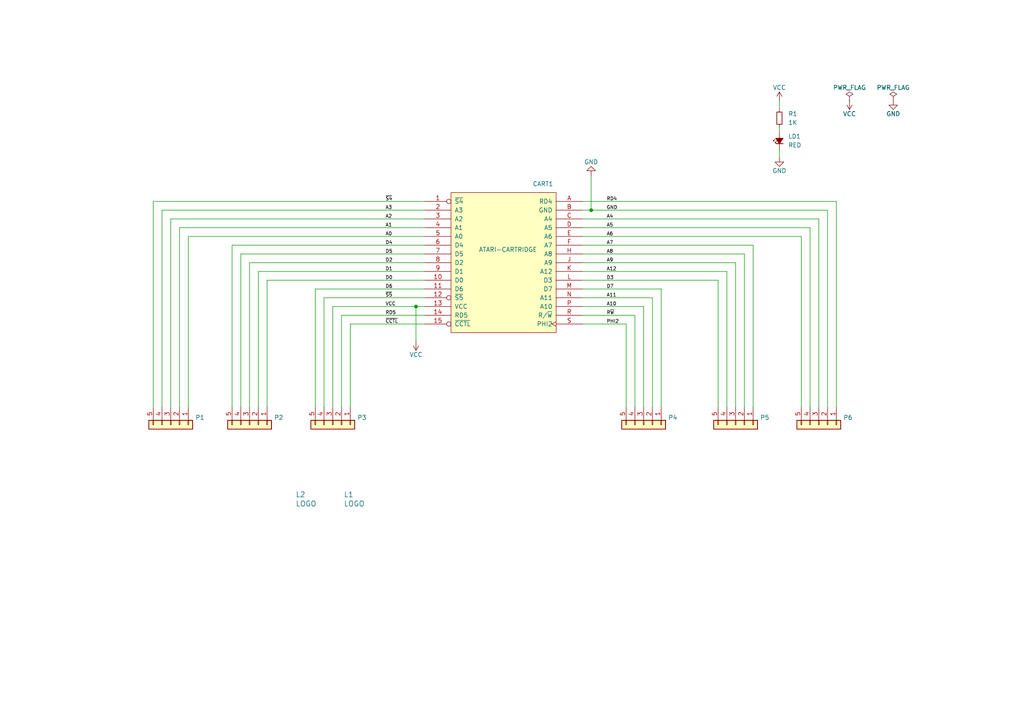
<source format=kicad_sch>
(kicad_sch (version 20250114) (generator "eeschema") (generator_version "9.0")
  (paper "A4")
  (title_block (title "ATARI CART Port Breakout board") (date "2025-07-24") (rev "2.0") (company "RetroBit Lab") (comment 1 "ATARI 130XE CART Port Breakout Board") (comment 2 "Prototype Board for CART Connector"))
  (lib_symbols
    (symbol "CLED1206:RED" (pin_numbers (hide yes)) (pin_names (offset 0) (hide yes))
      (property "Reference" "LD" (at 0 4.445 0))
      (property "Value" "RED" (at 0 2.54 0))
      (symbol "RED_1_1"
        (polyline (pts (xy -1.27 -1.016) (xy -1.27 1.016)) (stroke (width 0.254)))
        (polyline (pts (xy -0.508 0.762) (xy -1.016 1.27) (xy -0.762 1.27) (xy -1.016 1.27) (xy -1.016 1.016)))
        (polyline (pts (xy 0 1.27) (xy -0.508 1.778) (xy -0.254 1.778) (xy -0.508 1.778) (xy -0.508 1.524)))
        (polyline (pts (xy 0.254 -1.016) (xy -1.27 0) (xy 0.254 1.016) (xy 0.254 -1.016)) (stroke (width 0.254)) (fill (type outline)))
        (polyline (pts (xy 0.508 0) (xy -1.27 0)))
        (pin passive line (at -3.048 0 0) (length 1.778) (name "K") (number "1"))
        (pin passive line (at 2.032 0 180) (length 1.778) (name "A") (number "2"))
      )
    )
    (symbol "CRES0805:1K" (pin_numbers (hide yes)) (pin_names (offset 0) (hide yes))
      (property "Reference" "R" (at 1.905 1.651 0))
      (property "Value" "1K" (at 0 3.556 0))
      (symbol "1K_1_1"
        (rectangle (start -0.762 1.651) (end 0.762 -1.905) (stroke (width 0.2032)))
        (pin passive line (at 0 2.413 270) (length 0.762) (name "~") (number "1"))
        (pin passive line (at 0 -2.667 90) (length 0.762) (name "~") (number "2"))
      )
    )
    (symbol "Connector_Generic:Conn_01x05" (pin_names (offset 1.016) (hide yes))
      (property "Reference" "J" (at 0 7.62 0))
      (property "Value" "Conn_01x05" (at 0 -7.62 0))
      (symbol "Conn_01x05_1_1"
        (rectangle (start -1.27 6.35) (end 1.27 -6.35) (stroke (width 0.254)) (fill (type background)))
        (rectangle (start -1.27 5.207) (end 0 4.953) (stroke (width 0.1524)))
        (rectangle (start -1.27 2.667) (end 0 2.413) (stroke (width 0.1524)))
        (rectangle (start -1.27 0.127) (end 0 -0.127) (stroke (width 0.1524)))
        (rectangle (start -1.27 -2.413) (end 0 -2.667) (stroke (width 0.1524)))
        (rectangle (start -1.27 -4.953) (end 0 -5.207) (stroke (width 0.1524)))
        (pin passive line (at -5.08 5.08 0) (length 3.81) (name "Pin_1") (number "1"))
        (pin passive line (at -5.08 2.54 0) (length 3.81) (name "Pin_2") (number "2"))
        (pin passive line (at -5.08 0 0) (length 3.81) (name "Pin_3") (number "3"))
        (pin passive line (at -5.08 -2.54 0) (length 3.81) (name "Pin_4") (number "4"))
        (pin passive line (at -5.08 -5.08 0) (length 3.81) (name "Pin_5") (number "5"))
      )
    )
    (symbol "RetroBitLab:ATARI-CARTRIDGE" (pin_names (offset 1.016))
      (property "Reference" "CART" (at 11.43 21.59 0))
      (property "Value" "ATARI-CARTRIDGE" (at 1.27 2.54 0))
      (symbol "ATARI-CARTRIDGE_0_1"
        (rectangle (start -15.24 19.05) (end 15.24 -21.59) (fill (type background)))
      )
      (symbol "ATARI-CARTRIDGE_1_1"
        (pin input inverted (at -22.86 16.51 0) (length 7.62) (name "~{S4}") (number "1"))
        (pin bidirectional line (at -22.86 13.97 0) (length 7.62) (name "A3") (number "2"))
        (pin bidirectional line (at -22.86 11.43 0) (length 7.62) (name "A2") (number "3"))
        (pin bidirectional line (at -22.86 8.89 0) (length 7.62) (name "A1") (number "4"))
        (pin bidirectional line (at -22.86 6.35 0) (length 7.62) (name "A0") (number "5"))
        (pin bidirectional line (at -22.86 3.81 0) (length 7.62) (name "D4") (number "6"))
        (pin bidirectional line (at -22.86 1.27 0) (length 7.62) (name "D5") (number "7"))
        (pin passive line (at -22.86 -1.27 0) (length 7.62) (name "D2") (number "8"))
        (pin bidirectional line (at -22.86 -3.81 0) (length 7.62) (name "D1") (number "9"))
        (pin bidirectional line (at -22.86 -6.35 0) (length 7.62) (name "D0") (number "10"))
        (pin bidirectional line (at -22.86 -8.89 0) (length 7.62) (name "D6") (number "11"))
        (pin input inverted (at -22.86 -11.43 0) (length 7.62) (name "~{S5}") (number "12"))
        (pin power_in line (at -22.86 -13.97 0) (length 7.62) (name "VCC") (number "13"))
        (pin input line (at -22.86 -16.51 0) (length 7.62) (name "RD5") (number "14"))
        (pin bidirectional inverted (at -22.86 -19.05 0) (length 7.62) (name "~{CCTL}") (number "15"))
        (pin bidirectional line (at 22.86 16.51 180) (length 7.62) (name "RD4") (number "A"))
        (pin power_in line (at 22.86 13.97 180) (length 7.62) (name "GND") (number "B"))
        (pin bidirectional line (at 22.86 11.43 180) (length 7.62) (name "A4") (number "C"))
        (pin bidirectional line (at 22.86 8.89 180) (length 7.62) (name "A5") (number "D"))
        (pin bidirectional line (at 22.86 6.35 180) (length 7.62) (name "A6") (number "E"))
        (pin bidirectional line (at 22.86 3.81 180) (length 7.62) (name "A7") (number "F"))
        (pin bidirectional line (at 22.86 1.27 180) (length 7.62) (name "A8") (number "H"))
        (pin bidirectional line (at 22.86 -1.27 180) (length 7.62) (name "A9") (number "J"))
        (pin bidirectional line (at 22.86 -3.81 180) (length 7.62) (name "A12") (number "K"))
        (pin bidirectional line (at 22.86 -6.35 180) (length 7.62) (name "D3") (number "L"))
        (pin bidirectional line (at 22.86 -8.89 180) (length 7.62) (name "D7") (number "M"))
        (pin bidirectional line (at 22.86 -11.43 180) (length 7.62) (name "A11") (number "N"))
        (pin bidirectional line (at 22.86 -13.97 180) (length 7.62) (name "A10") (number "P"))
        (pin bidirectional line (at 22.86 -16.51 180) (length 7.62) (name "R/~{W}") (number "R"))
        (pin output clock (at 22.86 -19.05 180) (length 7.62) (name "PHI2") (number "S"))
      )
    )
    (symbol "RetroBitLab:LOGO" (pin_names (offset 1.016)) (in_bom no)
      (property "Reference" "L" (at 0 0 0))
      (property "Value" "LOGO" (at 0 0 0))
    )
    (symbol "power:GND" (power) (pin_numbers (hide yes)) (pin_names (offset 0) (hide yes))
      (property "Value" "GND" (at 0 -3.81 0))
      (symbol "GND_0_1"
        (polyline (pts (xy 0 0) (xy 0 -1.27) (xy 1.27 -1.27) (xy 0 -2.54) (xy -1.27 -1.27) (xy 0 -1.27)))
      )
      (symbol "GND_1_1"
        (pin power_in line (at 0 0 270) (length 0) (name "~") (number "1"))
      )
    )
    (symbol "power:PWR_FLAG" (power) (pin_numbers (hide yes)) (pin_names (offset 0) (hide yes))
      (property "Value" "PWR_FLAG" (at 0 3.81 0))
      (symbol "PWR_FLAG_0_0"
        (pin power_out line (at 0 0 90) (length 0) (name "~") (number "1"))
      )
      (symbol "PWR_FLAG_0_1"
        (polyline (pts (xy 0 0) (xy 0 1.27) (xy -1.016 1.905) (xy 0 2.54) (xy 1.016 1.905) (xy 0 1.27)))
      )
    )
    (symbol "power:VCC" (power) (pin_numbers (hide yes)) (pin_names (offset 0) (hide yes))
      (property "Value" "VCC" (at 0 3.556 0))
      (symbol "VCC_0_1"
        (polyline (pts (xy -0.762 1.27) (xy 0 2.54)))
        (polyline (pts (xy 0 2.54) (xy 0.762 1.27)))
        (polyline (pts (xy 0 0) (xy 0 2.54)))
      )
      (symbol "VCC_1_1"
        (pin power_in line (at 0 0 90) (length 0) (name "~") (number "1"))
      )
    )
  )
  (junction (at 120.65 88.9))
  (junction (at 171.45 60.96))
  (wire (pts (xy 191.77 83.82) (xy 191.77 118.11)))
  (wire (pts (xy 168.91 86.36) (xy 189.23 86.36)))
  (wire (pts (xy 168.91 66.04) (xy 234.95 66.04)))
  (wire (pts (xy 91.44 83.82) (xy 91.44 118.11)))
  (wire (pts (xy 96.52 88.9) (xy 96.52 118.11)))
  (wire (pts (xy 72.39 76.2) (xy 72.39 118.11)))
  (wire (pts (xy 54.61 68.58) (xy 54.61 118.11)))
  (wire (pts (xy 168.91 81.28) (xy 208.28 81.28)))
  (wire (pts (xy 49.53 63.5) (xy 49.53 118.11)))
  (wire (pts (xy 242.57 58.42) (xy 242.57 118.11)))
  (wire (pts (xy 215.9 73.66) (xy 215.9 118.11)))
  (wire (pts (xy 168.91 71.12) (xy 218.44 71.12)))
  (wire (pts (xy 168.91 60.96) (xy 171.45 60.96)))
  (wire (pts (xy 74.93 78.74) (xy 74.93 118.11)))
  (wire (pts (xy 168.91 76.2) (xy 213.36 76.2)))
  (wire (pts (xy 91.44 83.82) (xy 123.19 83.82)))
  (wire (pts (xy 168.91 83.82) (xy 191.77 83.82)))
  (wire (pts (xy 96.52 88.9) (xy 120.65 88.9)))
  (wire (pts (xy 120.65 88.9) (xy 120.65 99.06)))
  (wire (pts (xy 237.49 63.5) (xy 237.49 118.11)))
  (wire (pts (xy 99.06 91.44) (xy 123.19 91.44)))
  (wire (pts (xy 44.45 58.42) (xy 44.45 118.11)))
  (wire (pts (xy 69.85 73.66) (xy 69.85 118.11)))
  (wire (pts (xy 189.23 86.36) (xy 189.23 118.11)))
  (wire (pts (xy 72.39 76.2) (xy 123.19 76.2)))
  (wire (pts (xy 168.91 58.42) (xy 242.57 58.42)))
  (wire (pts (xy 99.06 91.44) (xy 99.06 118.11)))
  (wire (pts (xy 46.99 60.96) (xy 123.19 60.96)))
  (wire (pts (xy 168.91 91.44) (xy 184.15 91.44)))
  (wire (pts (xy 168.91 68.58) (xy 232.41 68.58)))
  (wire (pts (xy 52.07 66.04) (xy 123.19 66.04)))
  (wire (pts (xy 93.98 86.36) (xy 93.98 118.11)))
  (wire (pts (xy 168.91 63.5) (xy 237.49 63.5)))
  (wire (pts (xy 226.06 43.434) (xy 226.06 45.72)))
  (wire (pts (xy 171.45 60.96) (xy 171.45 50.8)))
  (wire (pts (xy 93.98 86.36) (xy 123.19 86.36)))
  (wire (pts (xy 168.91 88.9) (xy 186.69 88.9)))
  (wire (pts (xy 168.91 78.74) (xy 210.82 78.74)))
  (wire (pts (xy 240.03 60.96) (xy 240.03 118.11)))
  (wire (pts (xy 184.15 91.44) (xy 184.15 118.11)))
  (wire (pts (xy 77.47 81.28) (xy 77.47 118.11)))
  (wire (pts (xy 218.44 71.12) (xy 218.44 118.11)))
  (wire (pts (xy 208.28 81.28) (xy 208.28 118.11)))
  (wire (pts (xy 234.95 66.04) (xy 234.95 118.11)))
  (wire (pts (xy 67.31 71.12) (xy 67.31 118.11)))
  (wire (pts (xy 74.93 78.74) (xy 123.19 78.74)))
  (wire (pts (xy 77.47 81.28) (xy 123.19 81.28)))
  (wire (pts (xy 226.06 29.21) (xy 226.06 31.75)))
  (wire (pts (xy 171.45 60.96) (xy 240.03 60.96)))
  (wire (pts (xy 54.61 68.58) (xy 123.19 68.58)))
  (wire (pts (xy 232.41 68.58) (xy 232.41 118.11)))
  (wire (pts (xy 49.53 63.5) (xy 123.19 63.5)))
  (wire (pts (xy 168.91 73.66) (xy 215.9 73.66)))
  (wire (pts (xy 168.91 93.98) (xy 181.61 93.98)))
  (wire (pts (xy 46.99 60.96) (xy 46.99 118.11)))
  (wire (pts (xy 101.6 93.98) (xy 123.19 93.98)))
  (wire (pts (xy 181.61 93.98) (xy 181.61 118.11)))
  (wire (pts (xy 210.82 78.74) (xy 210.82 118.11)))
  (wire (pts (xy 226.06 36.83) (xy 226.06 38.354)))
  (wire (pts (xy 120.65 88.9) (xy 123.19 88.9)))
  (wire (pts (xy 69.85 73.66) (xy 123.19 73.66)))
  (wire (pts (xy 186.69 88.9) (xy 186.69 118.11)))
  (wire (pts (xy 101.6 93.98) (xy 101.6 118.11)))
  (wire (pts (xy 44.45 58.42) (xy 123.19 58.42)))
  (wire (pts (xy 67.31 71.12) (xy 123.19 71.12)))
  (wire (pts (xy 213.36 76.2) (xy 213.36 118.11)))
  (wire (pts (xy 52.07 66.04) (xy 52.07 118.11)))
  (label "D1" (at 111.76 78.74 0) (effects (font (size 0.9906 0.9906))))
  (label "A12" (at 175.895 78.74 0) (effects (font (size 0.9906 0.9906))))
  (label "RD4" (at 175.895 58.42 0) (effects (font (size 0.9906 0.9906))))
  (label "A8" (at 175.895 73.66 0) (effects (font (size 0.9906 0.9906))))
  (label "A3" (at 111.76 60.96 0) (effects (font (size 0.9906 0.9906))))
  (label "A0" (at 111.76 68.58 0) (effects (font (size 0.9906 0.9906))))
  (label "~{CCTL}" (at 111.76 93.98 0) (effects (font (size 0.9906 0.9906))))
  (label "A4" (at 175.895 63.5 0) (effects (font (size 0.9906 0.9906))))
  (label "A9" (at 175.895 76.2 0) (effects (font (size 0.9906 0.9906))))
  (label "A11" (at 175.895 86.36 0) (effects (font (size 0.9906 0.9906))))
  (label "R~{W}" (at 175.895 91.44 0) (effects (font (size 0.9906 0.9906))))
  (label "VCC" (at 111.76 88.9 0) (effects (font (size 0.9906 0.9906))))
  (label "D4" (at 111.76 71.12 0) (effects (font (size 0.9906 0.9906))))
  (label "D7" (at 175.895 83.82 0) (effects (font (size 0.9906 0.9906))))
  (label "~{S5}" (at 111.76 86.36 0) (effects (font (size 0.9906 0.9906))))
  (label "A6" (at 175.895 68.58 0) (effects (font (size 0.9906 0.9906))))
  (label "A2" (at 111.76 63.5 0) (effects (font (size 0.9906 0.9906))))
  (label "D5" (at 111.76 73.66 0) (effects (font (size 0.9906 0.9906))))
  (label "A7" (at 175.895 71.12 0) (effects (font (size 0.9906 0.9906))))
  (label "D0" (at 111.76 81.28 0) (effects (font (size 0.9906 0.9906))))
  (label "A5" (at 175.895 66.04 0) (effects (font (size 0.9906 0.9906))))
  (label "PHI2" (at 175.895 93.98 0) (effects (font (size 0.9906 0.9906))))
  (label "RD5" (at 111.76 91.44 0) (effects (font (size 0.9906 0.9906))))
  (label "~{S4}" (at 111.76 58.42 0) (effects (font (size 0.9906 0.9906))))
  (label "D6" (at 111.76 83.82 0) (effects (font (size 0.9906 0.9906))))
  (label "D2" (at 111.76 76.2 0) (effects (font (size 0.9906 0.9906))))
  (label "A10" (at 175.895 88.9 0) (effects (font (size 0.9906 0.9906))))
  (label "GND" (at 175.895 60.96 0) (effects (font (size 0.9906 0.9906))))
  (label "D3" (at 175.895 81.28 0) (effects (font (size 0.9906 0.9906))))
  (label "A1" (at 111.76 66.04 0) (effects (font (size 0.9906 0.9906))))
  (symbol (lib_id "power:GND") (at 226.06 45.72 0) (unit 1)
    (property "Reference" "#PWR01" (effects (hide yes)))
    (property "Value" "GND" (at 226.06 49.53 0))
  )
  (symbol (lib_id "power:VCC") (at 226.06 29.21 0) (unit 1)
    (property "Reference" "#PWR02" (effects (hide yes)))
    (property "Value" "VCC" (at 226.06 25.4 0))
  )
  (symbol (lib_id "power:GND") (at 171.45 50.8 180) (unit 1)
    (property "Reference" "#PWR03" (effects (hide yes)))
    (property "Value" "GND" (at 171.45 46.99 0))
  )
  (symbol (lib_id "power:VCC") (at 120.65 99.06 180) (unit 1)
    (property "Reference" "#PWR04" (effects (hide yes)))
    (property "Value" "VCC" (at 120.65 102.87 0))
  )
  (symbol (lib_id "power:PWR_FLAG") (at 246.38 29.21 0) (unit 1)
    (property "Reference" "#FLG05" (effects (hide yes)))
    (property "Value" "PWR_FLAG" (at 246.38 25.4 0))
  )
  (symbol (lib_id "power:VCC") (at 246.38 29.21 180) (unit 1)
    (property "Reference" "#PWR06" (effects (hide yes)))
    (property "Value" "VCC" (at 246.38 33.02 0))
  )
  (symbol (lib_id "power:PWR_FLAG") (at 259.08 29.21 0) (unit 1)
    (property "Reference" "#FLG07" (effects (hide yes)))
    (property "Value" "PWR_FLAG" (at 259.08 25.4 0))
  )
  (symbol (lib_id "power:GND") (at 259.08 29.21 0) (unit 1)
    (property "Reference" "#PWR08" (effects (hide yes)))
    (property "Value" "GND" (at 259.08 33.02 0))
  )
  (symbol (lib_id "RetroBitLab:ATARI-CARTRIDGE") (at 146.05 74.93 0) (unit 1)
    (property "Reference" "CART1" (at 157.48 53.34 0))
    (property "Value" "ATARI-CARTRIDGE" (at 147.32 72.39 0))
    (property "Footprint" "RetroBitLab:ATARI-LEFT-CARTRIDGE" (effects (hide yes)))
  )
  (symbol (lib_id "Connector_Generic:Conn_01x05") (at 237.49 123.19 270) (unit 1)
    (property "Reference" "P6" (at 244.602 121.1072 90) (effects (justify left)))
    (property "Value" "Conn_01x05" (effects (hide yes)))
    (property "Footprint" "Connector_PinHeader_2.54mm:PinHeader_1x05_P2.54mm_Vertical" (effects (hide yes)))
  )
  (symbol (lib_id "Connector_Generic:Conn_01x05") (at 213.36 123.19 270) (unit 1)
    (property "Reference" "P5" (at 220.472 121.1072 90) (effects (justify left)))
    (property "Value" "Conn_01x05" (effects (hide yes)))
    (property "Footprint" "Connector_PinHeader_2.54mm:PinHeader_1x05_P2.54mm_Vertical" (effects (hide yes)))
  )
  (symbol (lib_id "Connector_Generic:Conn_01x05") (at 186.69 123.19 270) (unit 1)
    (property "Reference" "P4" (at 193.802 121.1072 90) (effects (justify left)))
    (property "Value" "Conn_01x05" (effects (hide yes)))
    (property "Footprint" "Connector_PinHeader_2.54mm:PinHeader_1x05_P2.54mm_Vertical" (effects (hide yes)))
  )
  (symbol (lib_id "Connector_Generic:Conn_01x05") (at 96.52 123.19 270) (unit 1)
    (property "Reference" "P3" (at 103.632 121.1072 90) (effects (justify left)))
    (property "Value" "Conn_01x05" (effects (hide yes)))
    (property "Footprint" "Connector_PinHeader_2.54mm:PinHeader_1x05_P2.54mm_Vertical" (effects (hide yes)))
  )
  (symbol (lib_id "Connector_Generic:Conn_01x05") (at 72.39 123.19 270) (unit 1)
    (property "Reference" "P2" (at 79.502 121.1072 90) (effects (justify left)))
    (property "Value" "Conn_01x05" (effects (hide yes)))
    (property "Footprint" "Connector_PinHeader_2.54mm:PinHeader_1x05_P2.54mm_Vertical" (effects (hide yes)))
  )
  (symbol (lib_id "Connector_Generic:Conn_01x05") (at 49.53 123.19 270) (unit 1)
    (property "Reference" "P1" (at 56.642 121.1072 90) (effects (justify left)))
    (property "Value" "Conn_01x05" (effects (hide yes)))
    (property "Footprint" "Connector_PinHeader_2.54mm:PinHeader_1x05_P2.54mm_Vertical" (effects (hide yes)))
  )
  (symbol (lib_id "RetroBitLab:LOGO") (at 85.09 144.78 0) (unit 1) (in_bom no)
    (property "Reference" "L2" (at 85.725 143.4338 0) (effects (font (size 1.4986 1.4986)) (justify left)))
    (property "Value" "LOGO" (at 85.725 146.1008 0) (effects (font (size 1.4986 1.4986)) (justify left)))
    (property "Footprint" "Symbol:KiCad-Logo2_5mm_SilkScreen" (effects (hide yes)))
    (property "Description" "Any valid LOGO Images can be placed here" (effects (hide yes)))
  )
  (symbol (lib_id "RetroBitLab:LOGO") (at 99.06 144.78 0) (unit 1) (in_bom no)
    (property "Reference" "L1" (at 99.695 143.4338 0) (effects (font (size 1.4986 1.4986)) (justify left)))
    (property "Value" "LOGO" (at 99.695 146.1008 0) (effects (font (size 1.4986 1.4986)) (justify left)))
    (property "Footprint" "Symbol:OSHW-Logo2_7.3x6mm_SilkScreen" (effects (hide yes)))
    (property "Description" "Any valid LOGO Images can be placed here" (effects (hide yes)))
  )
  (symbol (lib_id "CLED1206:RED") (at 226.06 40.386 90) (unit 1)
    (property "Reference" "LD1" (at 228.6 39.5604 90) (effects (font (size 1.2446 1.2446)) (justify right)))
    (property "Value" "RED" (at 228.6 42.1004 90) (effects (font (size 1.2446 1.2446)) (justify right)))
    (property "Footprint" "LED_SMD:LED_1206_3216Metric_Pad1.42x1.75mm_HandSolder" (effects (hide yes)))
    (property "Datasheet" "https://lcsc.com/datasheet/lcsc_datasheet_2504101957_XINGLIGHT-XL-3216SURC_C965822.pdf" (effects (hide yes)))
    (property "Description" "20mA 225mcd Water Clear op View Mount 615nm~630nm Red 120° 50mW 2.4V 1206 LED Indication - Discrete ROHS" (effects (hide yes)))
    (property "LCSC" "C965822" (effects (hide yes)))
  )
  (symbol (lib_id "CRES0805:1K") (at 226.06 34.163 0) (unit 1)
    (property "Reference" "R1" (at 228.6 33.0199 0) (effects (justify left)))
    (property "Value" "1K" (at 228.6 35.5599 0) (effects (justify left)))
    (property "Footprint" "Resistor_SMD:R_0805_2012Metric_Pad1.20x1.40mm_HandSolder" (effects (hide yes)))
    (property "Datasheet" "https://lcsc.com/datasheet/lcsc_datasheet_2411221126_UNI-ROYAL-0805W8F1001T5E_C17513.pdf" (effects (hide yes)))
    (property "Description" "125mW Thick Film Resistor 150V ±100ppm/℃ ±1% 1kΩ 0805 Chip Resistor - Surface Mount ROHS" (effects (hide yes)))
    (property "LCSC" "C17513" (effects (hide yes)))
  )
)
</source>
